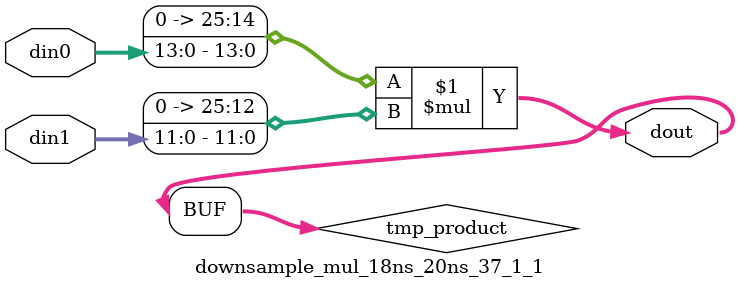
<source format=v>

`timescale 1 ns / 1 ps

  module downsample_mul_18ns_20ns_37_1_1(din0, din1, dout);
parameter ID = 1;
parameter NUM_STAGE = 0;
parameter din0_WIDTH = 14;
parameter din1_WIDTH = 12;
parameter dout_WIDTH = 26;

input [din0_WIDTH - 1 : 0] din0; 
input [din1_WIDTH - 1 : 0] din1; 
output [dout_WIDTH - 1 : 0] dout;

wire signed [dout_WIDTH - 1 : 0] tmp_product;










assign tmp_product = $signed({1'b0, din0}) * $signed({1'b0, din1});











assign dout = tmp_product;







endmodule

</source>
